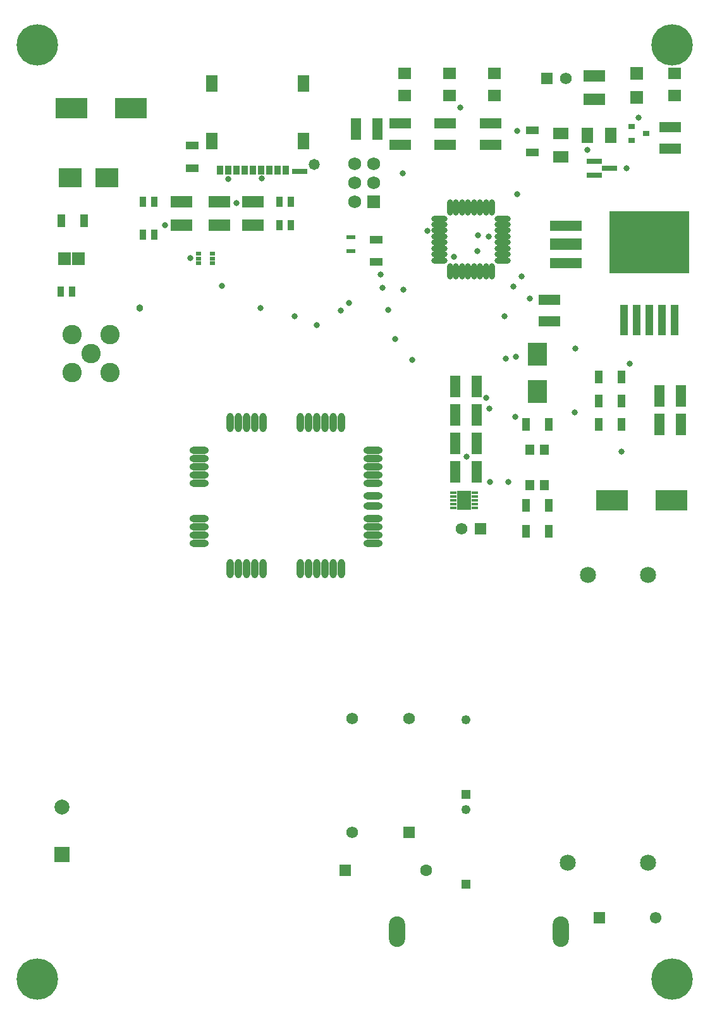
<source format=gts>
G04*
G04 #@! TF.GenerationSoftware,Altium Limited,Altium Designer,21.3.2 (30)*
G04*
G04 Layer_Color=8388736*
%FSLAX24Y24*%
%MOIN*%
G70*
G04*
G04 #@! TF.SameCoordinates,7650AEDF-855E-494F-9EC9-4397D0FFA18E*
G04*
G04*
G04 #@! TF.FilePolarity,Negative*
G04*
G01*
G75*
%ADD20O,0.0375X0.1025*%
%ADD21O,0.1025X0.0375*%
%ADD22R,0.0730X0.1017*%
%ADD23R,0.0356X0.0179*%
%ADD24R,0.0572X0.1143*%
%ADD25O,0.0848X0.0316*%
%ADD26O,0.0316X0.0848*%
%ADD27R,0.1694X0.0552*%
%ADD28R,0.1694X0.0631*%
%ADD29R,0.1182X0.0631*%
%ADD30R,0.4230X0.3270*%
%ADD31R,0.0410X0.1590*%
%ADD32R,0.0374X0.0531*%
%ADD33R,0.1655X0.1064*%
%ADD34R,0.1202X0.1045*%
%ADD35R,0.0651X0.0690*%
%ADD36R,0.0394X0.0709*%
%ADD37R,0.0492X0.0236*%
%ADD38R,0.0709X0.0394*%
%ADD39R,0.0828X0.0611*%
%ADD40R,0.0611X0.0828*%
%ADD41R,0.0789X0.0316*%
%ADD42R,0.1143X0.0572*%
%ADD43R,0.0354X0.0315*%
%ADD44R,0.0671X0.0671*%
%ADD45R,0.0671X0.0631*%
%ADD46R,0.1045X0.1202*%
%ADD47R,0.0454X0.0572*%
%ADD48R,0.0344X0.0454*%
%ADD49R,0.0611X0.0867*%
%ADD50R,0.0824X0.0277*%
%ADD51R,0.0277X0.0237*%
%ADD52C,0.0848*%
%ADD53R,0.0690X0.0690*%
%ADD54C,0.0690*%
%ADD55C,0.0615*%
%ADD56R,0.0615X0.0615*%
%ADD57C,0.0630*%
%ADD58R,0.0630X0.0630*%
%ADD59R,0.0789X0.0789*%
%ADD60C,0.0789*%
%ADD61R,0.0618X0.0618*%
%ADD62C,0.0618*%
%ADD63C,0.1025*%
%ADD64O,0.0848X0.1615*%
%ADD65R,0.0610X0.0610*%
%ADD66C,0.0610*%
%ADD67C,0.0492*%
%ADD68R,0.0492X0.0492*%
%ADD69C,0.2180*%
%ADD70C,0.0330*%
%ADD71C,0.0277*%
%ADD72C,0.0580*%
%ADD73C,0.0380*%
D20*
X12117Y31298D02*
D03*
X12550D02*
D03*
X12983D02*
D03*
X13416D02*
D03*
X13850D02*
D03*
X15818D02*
D03*
X16251D02*
D03*
X16684D02*
D03*
X17117D02*
D03*
X17550D02*
D03*
X17983D02*
D03*
Y23582D02*
D03*
X17550D02*
D03*
X17117D02*
D03*
X16684D02*
D03*
X16251D02*
D03*
X15818D02*
D03*
X13850D02*
D03*
X13416D02*
D03*
X12983D02*
D03*
X12550D02*
D03*
X12117D02*
D03*
D21*
X19657Y24940D02*
D03*
Y25373D02*
D03*
Y25806D02*
D03*
Y26239D02*
D03*
Y26909D02*
D03*
Y27420D02*
D03*
Y28090D02*
D03*
Y28523D02*
D03*
Y28956D02*
D03*
Y29389D02*
D03*
Y29822D02*
D03*
X10483D02*
D03*
Y29389D02*
D03*
Y28956D02*
D03*
Y28523D02*
D03*
Y28090D02*
D03*
Y26239D02*
D03*
Y25806D02*
D03*
Y25373D02*
D03*
Y24940D02*
D03*
D22*
X24450Y27190D02*
D03*
D23*
X25011Y26796D02*
D03*
Y26993D02*
D03*
Y27190D02*
D03*
Y27387D02*
D03*
Y27584D02*
D03*
X23889Y26796D02*
D03*
Y26993D02*
D03*
Y27190D02*
D03*
Y27387D02*
D03*
Y27584D02*
D03*
D24*
X25119Y33190D02*
D03*
X23997D02*
D03*
X25119Y28690D02*
D03*
X23997D02*
D03*
X25119Y30190D02*
D03*
X23997D02*
D03*
X25119Y31690D02*
D03*
X23997D02*
D03*
X35877Y31190D02*
D03*
X34755D02*
D03*
X35877Y32690D02*
D03*
X34755D02*
D03*
X18759Y46777D02*
D03*
X19881D02*
D03*
D25*
X26493Y42042D02*
D03*
Y41727D02*
D03*
Y41412D02*
D03*
Y41097D02*
D03*
Y40783D02*
D03*
Y40468D02*
D03*
Y40153D02*
D03*
Y39838D02*
D03*
X23147D02*
D03*
Y40153D02*
D03*
Y40468D02*
D03*
Y40783D02*
D03*
Y41097D02*
D03*
Y41412D02*
D03*
Y41727D02*
D03*
Y42042D02*
D03*
D26*
X25922Y39267D02*
D03*
X25607D02*
D03*
X25292D02*
D03*
X24977D02*
D03*
X24663D02*
D03*
X24348D02*
D03*
X24033D02*
D03*
X23718D02*
D03*
Y42613D02*
D03*
X24033D02*
D03*
X24348D02*
D03*
X24663D02*
D03*
X24977D02*
D03*
X25292D02*
D03*
X25607D02*
D03*
X25922D02*
D03*
D27*
X29820Y41672D02*
D03*
Y39704D02*
D03*
D28*
Y40688D02*
D03*
D29*
X31320Y49550D02*
D03*
Y48330D02*
D03*
X9570Y41700D02*
D03*
Y42920D02*
D03*
X13320D02*
D03*
Y41700D02*
D03*
X11570Y42920D02*
D03*
Y41700D02*
D03*
D30*
X34230Y40805D02*
D03*
D31*
X35570Y36690D02*
D03*
X34900D02*
D03*
X34230D02*
D03*
X33560D02*
D03*
X32890D02*
D03*
D32*
X8115Y42940D02*
D03*
X7525D02*
D03*
X8115Y41190D02*
D03*
X7525D02*
D03*
X15320Y41690D02*
D03*
X14729D02*
D03*
X3794Y38190D02*
D03*
X3204D02*
D03*
X14729Y42940D02*
D03*
X15320D02*
D03*
D33*
X6895Y47877D02*
D03*
X3745D02*
D03*
X35395Y27190D02*
D03*
X32245D02*
D03*
D34*
X5625Y44190D02*
D03*
X3676D02*
D03*
D35*
X3401Y39940D02*
D03*
X4129D02*
D03*
D36*
X4405Y41940D02*
D03*
X3224D02*
D03*
X31570Y33690D02*
D03*
X32751D02*
D03*
X32751Y31190D02*
D03*
X31570D02*
D03*
X32751Y32440D02*
D03*
X31570D02*
D03*
X28911Y31190D02*
D03*
X27729D02*
D03*
Y25566D02*
D03*
X28911D02*
D03*
Y26940D02*
D03*
X27729D02*
D03*
D37*
X18501Y41044D02*
D03*
Y40336D02*
D03*
D38*
X19820Y40926D02*
D03*
Y39745D02*
D03*
X28070Y46706D02*
D03*
Y45525D02*
D03*
X10114Y44697D02*
D03*
Y45878D02*
D03*
D39*
X29570Y46538D02*
D03*
Y45279D02*
D03*
D40*
X32200Y46440D02*
D03*
X30940D02*
D03*
D41*
X32121Y44690D02*
D03*
X31334Y44316D02*
D03*
Y45064D02*
D03*
D42*
X35320Y46844D02*
D03*
Y45722D02*
D03*
X28944Y36629D02*
D03*
Y37751D02*
D03*
X25844Y47062D02*
D03*
Y45940D02*
D03*
X23469Y47062D02*
D03*
Y45940D02*
D03*
X21094D02*
D03*
Y47062D02*
D03*
D43*
X33283Y46903D02*
D03*
Y46155D02*
D03*
X34070Y46529D02*
D03*
D44*
X33570Y48428D02*
D03*
Y49688D02*
D03*
D45*
X35570Y49698D02*
D03*
Y48517D02*
D03*
X26070D02*
D03*
Y49698D02*
D03*
X23695D02*
D03*
Y48517D02*
D03*
X21320Y49698D02*
D03*
Y48517D02*
D03*
D46*
X28320Y32940D02*
D03*
Y34889D02*
D03*
D47*
X27907Y29875D02*
D03*
X28694D02*
D03*
Y28005D02*
D03*
X27907D02*
D03*
D48*
X11590Y44609D02*
D03*
X12889D02*
D03*
X13755D02*
D03*
X14621D02*
D03*
X12023D02*
D03*
X13322D02*
D03*
X14188D02*
D03*
X15054D02*
D03*
X12456D02*
D03*
D49*
X15983Y46135D02*
D03*
X11157D02*
D03*
Y49147D02*
D03*
X15983D02*
D03*
D50*
X15781Y44521D02*
D03*
D51*
X10446Y40196D02*
D03*
Y39940D02*
D03*
Y39684D02*
D03*
X11194D02*
D03*
Y39940D02*
D03*
Y40196D02*
D03*
D52*
X29920Y8090D02*
D03*
X31003Y23247D02*
D03*
X34152D02*
D03*
Y8090D02*
D03*
D53*
X19686Y42940D02*
D03*
D54*
X18686D02*
D03*
X19686Y43940D02*
D03*
Y44940D02*
D03*
X18686Y43940D02*
D03*
Y44940D02*
D03*
D55*
X18570Y15690D02*
D03*
Y9690D02*
D03*
X21570Y15690D02*
D03*
D56*
Y9690D02*
D03*
D57*
X22461Y7690D02*
D03*
D58*
X18179D02*
D03*
D59*
X3250Y8530D02*
D03*
D60*
Y11030D02*
D03*
D61*
X28820Y49434D02*
D03*
X25320Y25690D02*
D03*
D62*
X29820Y49434D02*
D03*
X24320Y25690D02*
D03*
D63*
X4794Y34940D02*
D03*
X3794Y35940D02*
D03*
Y33940D02*
D03*
X5794D02*
D03*
Y35940D02*
D03*
D64*
X29570Y4456D02*
D03*
X20909D02*
D03*
D65*
X31594Y5190D02*
D03*
D66*
X34546D02*
D03*
D67*
X24570Y10909D02*
D03*
Y15627D02*
D03*
D68*
Y6972D02*
D03*
Y11690D02*
D03*
D69*
X35433Y51181D02*
D03*
X1969D02*
D03*
Y1969D02*
D03*
X35433D02*
D03*
D70*
X27930Y37820D02*
D03*
X30310Y35205D02*
D03*
X24580Y29490D02*
D03*
X33010Y44700D02*
D03*
X27260Y43323D02*
D03*
X27270Y46670D02*
D03*
X21230Y44440D02*
D03*
X22511Y41398D02*
D03*
X21720Y34580D02*
D03*
X26799Y28174D02*
D03*
X20070Y39090D02*
D03*
X20460Y37220D02*
D03*
X25620Y32610D02*
D03*
X26580Y36900D02*
D03*
X26640Y34660D02*
D03*
X20815Y35680D02*
D03*
X25790Y32030D02*
D03*
X20150Y38380D02*
D03*
X18390Y37610D02*
D03*
X17970Y37190D02*
D03*
X21270Y38290D02*
D03*
X16690Y36420D02*
D03*
X25204Y41150D02*
D03*
X25759Y41087D02*
D03*
X23920Y40020D02*
D03*
X27180Y34770D02*
D03*
X27490Y39010D02*
D03*
X27050Y38450D02*
D03*
X30940Y45660D02*
D03*
X33665Y47365D02*
D03*
X33200Y34400D02*
D03*
X30290Y31830D02*
D03*
X25820Y28150D02*
D03*
X12440Y42860D02*
D03*
X12010Y44120D02*
D03*
X10020Y39950D02*
D03*
X13790Y44160D02*
D03*
X13735Y37329D02*
D03*
X8699Y41700D02*
D03*
X11680Y38480D02*
D03*
X32740Y29760D02*
D03*
X25160Y40320D02*
D03*
X15520Y36880D02*
D03*
X24260Y47890D02*
D03*
X27150Y31600D02*
D03*
D71*
X24647Y26993D02*
D03*
X24253D02*
D03*
X24647Y27387D02*
D03*
X24253D02*
D03*
D72*
X16540Y44890D02*
D03*
D73*
X7360Y37340D02*
D03*
M02*

</source>
